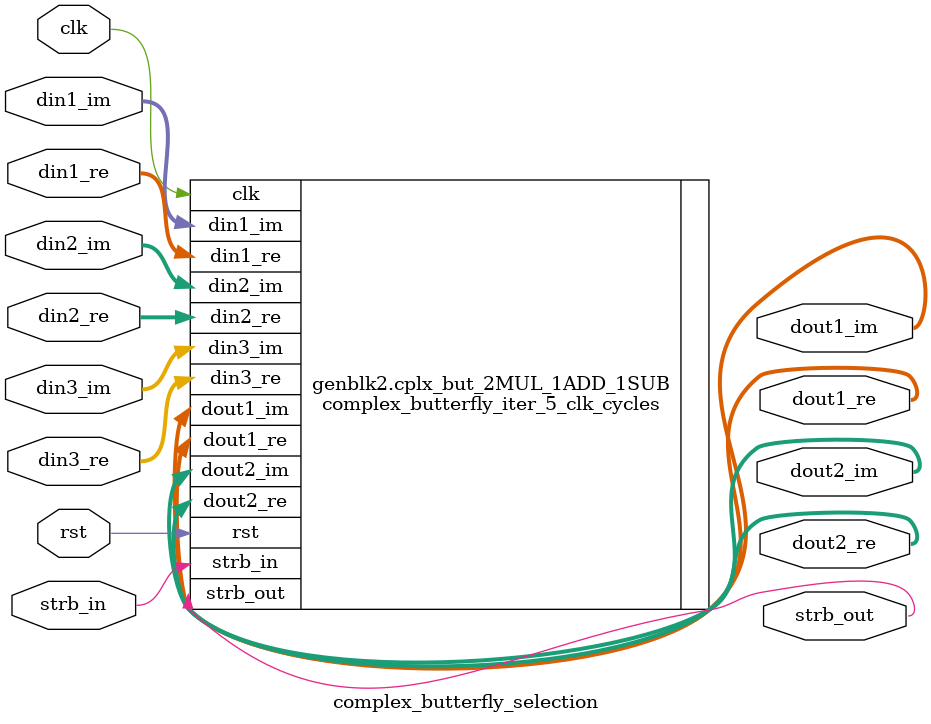
<source format=v>
module complex_butterfly_selection #(
	parameter IWL1 				= 16,
	parameter IWL2 				= 16,
	parameter AWL 				= 17,
	parameter OWL 				= 16,
	parameter CONSTANT_SHIFT	= 1,
	parameter BUT_CLK_CYCLE 	= 5
)(
	input 	wire 				clk,
	input 	wire 				rst,
	input 	wire 				strb_in,
	input 	wire 	[IWL1-1:0]	din1_re,
	input 	wire 	[IWL1-1:0]	din1_im,
	input 	wire 	[IWL2-1:0]	din2_re,
	input 	wire 	[IWL2-1:0]	din2_im,
	input 	wire 	[IWL1-1:0]	din3_re,
	input 	wire 	[IWL1-1:0]	din3_im,
	output 	wire  	[OWL-1:0]	dout1_re,
	output 	wire  	[OWL-1:0]	dout1_im,
	output 	wire  	[OWL-1:0]	dout2_re,
	output 	wire  	[OWL-1:0]	dout2_im,
	output 	wire				strb_out
);
	generate 
		if (BUT_CLK_CYCLE == 6) begin
			complex_butterfly_iter_6_clk_cycles #(
				.IWL1			(IWL1			),
				.IWL2			(IWL2			),
				.AWL			(AWL			),
				.OWL			(OWL			),
				.CONSTANT_SHIFT	(CONSTANT_SHIFT	)) 
			cplx_but_1MUL_1ADD_1SUB(
				.clk 			(clk 			),	        
				.rst         	(rst         	),
				.strb_in 		(strb_in 		),	    
				.din1_re 		(din1_re 		),	//B    
				.din1_im     	(din1_im     	),
				.din2_re     	(din2_re     	),  // W
				.din2_im     	(din2_im     	),
				.din3_re		(din3_re		),  // A
				.din3_im		(din3_im		),
				.dout1_re     	(dout1_re     	),
				.dout1_im     	(dout1_im     	),
				.dout2_re     	(dout2_re     	),
				.dout2_im     	(dout2_im     	),
				.strb_out    	(strb_out    	)
			);
		end
		if (BUT_CLK_CYCLE == 5) begin
			complex_butterfly_iter_5_clk_cycles #(
				.IWL1			(IWL1			),
				.IWL2			(IWL2			),
				.AWL			(AWL			),
				.OWL			(OWL			),
				.CONSTANT_SHIFT	(CONSTANT_SHIFT	)) 
			cplx_but_2MUL_1ADD_1SUB(
				.clk 			(clk 			),	        
				.rst         	(rst         	),
				.strb_in 		(strb_in 		),	    
				.din1_re 		(din1_re 		),	//B    
				.din1_im     	(din1_im     	),
				.din2_re     	(din2_re     	),  // W
				.din2_im     	(din2_im     	),
				.din3_re		(din3_re		),  // A
				.din3_im		(din3_im		),
				.dout1_re     	(dout1_re     	),
				.dout1_im     	(dout1_im     	),
				.dout2_re     	(dout2_re     	),
				.dout2_im     	(dout2_im     	),
				.strb_out    	(strb_out    	)
			);
		end
		if (BUT_CLK_CYCLE == 4) begin
			complex_butterfly_iter_4_clk_cycles #(
				.IWL1			(IWL1			),
				.IWL2			(IWL2			),
				.AWL			(AWL			),
				.OWL			(OWL			),
				.CONSTANT_SHIFT	(CONSTANT_SHIFT	)) 
			cplx_but_2MUL_2ADD_2SUB(
				.clk 			(clk 			),	        
				.rst         	(rst         	),
				.strb_in 		(strb_in 		),	    
				.din1_re 		(din1_re 		),	//B    
				.din1_im     	(din1_im     	),
				.din2_re     	(din2_re     	),  // W
				.din2_im     	(din2_im     	),
				.din3_re		(din3_re		),  // A
				.din3_im		(din3_im		),
				.dout1_re     	(dout1_re     	),
				.dout1_im     	(dout1_im     	),
				.dout2_re     	(dout2_re     	),
				.dout2_im     	(dout2_im     	),
				.strb_out    	(strb_out    	)
			);
		end
		if (BUT_CLK_CYCLE == 3) begin
			complex_butterfly_pipe_3_clk_cycles #(
				.IWL1			(IWL1			),
				.IWL2			(IWL2			),
				.AWL			(AWL			),
				.OWL			(OWL			),
				.CONSTANT_SHIFT	(CONSTANT_SHIFT	))
			cplx_but_4MUL_2ADD_2SUB(
				.clk 			(clk 			),	        
				.rst         	(rst         	),
				.strb_in 		(strb_in 		),	    
				.din1_re 		(din1_re 		),	//B    
				.din1_im     	(din1_im     	),
				.din2_re     	(din2_re     	),  // W
				.din2_im     	(din2_im     	),
				.din3_re		(din3_re		),  // A
				.din3_im		(din3_im		),
				.dout1_re     	(dout1_re     	),
				.dout1_im     	(dout1_im     	),
				.dout2_re     	(dout2_re     	),
				.dout2_im     	(dout2_im     	),
				.strb_out    	(strb_out    	)
			);
		end
		if (BUT_CLK_CYCLE == 33) begin
			complex_butterfly_iter_3_clk_cycles #(
				.IWL1			(IWL1			),
				.IWL2			(IWL2			),
				.AWL			(AWL			),
				.OWL			(OWL			),
				.CONSTANT_SHIFT	(CONSTANT_SHIFT	))
			cplx_but_4MUL_2ADD_2SUB(
				.clk 			(clk 			),	        
				.rst         	(rst         	),
				.strb_in 		(strb_in 		),	    
				.din1_re 		(din1_re 		),	//B    
				.din1_im     	(din1_im     	),
				.din2_re     	(din2_re     	),  // W
				.din2_im     	(din2_im     	),
				.din3_re		(din3_re		),  // A
				.din3_im		(din3_im		),
				.dout1_re     	(dout1_re     	),
				.dout1_im     	(dout1_im     	),
				.dout2_re     	(dout2_re     	),
				.dout2_im     	(dout2_im     	),
				.strb_out    	(strb_out    	)
			);
		end
		if (BUT_CLK_CYCLE == 2) begin
			complex_butterfly_pipe_2_clk_cycles #(
				.IWL1			(IWL1			),
				.IWL2			(IWL2			),
				.AWL			(AWL			),
				.OWL			(OWL			),
				.CONSTANT_SHIFT	(CONSTANT_SHIFT	))
				cplx_but_4MUL_3ADD_3SUB(
				.clk 			(clk 			),	        
				.rst         	(rst         	),
				.strb_in 		(strb_in 		),	    
				.din1_re 		(din1_re 		),	//B    
				.din1_im     	(din1_im     	),
				.din2_re     	(din2_re     	),  // W
				.din2_im     	(din2_im     	),
				.din3_re		(din3_re		),  // A
				.din3_im		(din3_im		),
				.dout1_re     	(dout1_re     	),
				.dout1_im     	(dout1_im     	),
				.dout2_re     	(dout2_re     	),
				.dout2_im     	(dout2_im     	),
				.strb_out    	(strb_out    	)
			);
		end
	endgenerate
endmodule	
</source>
